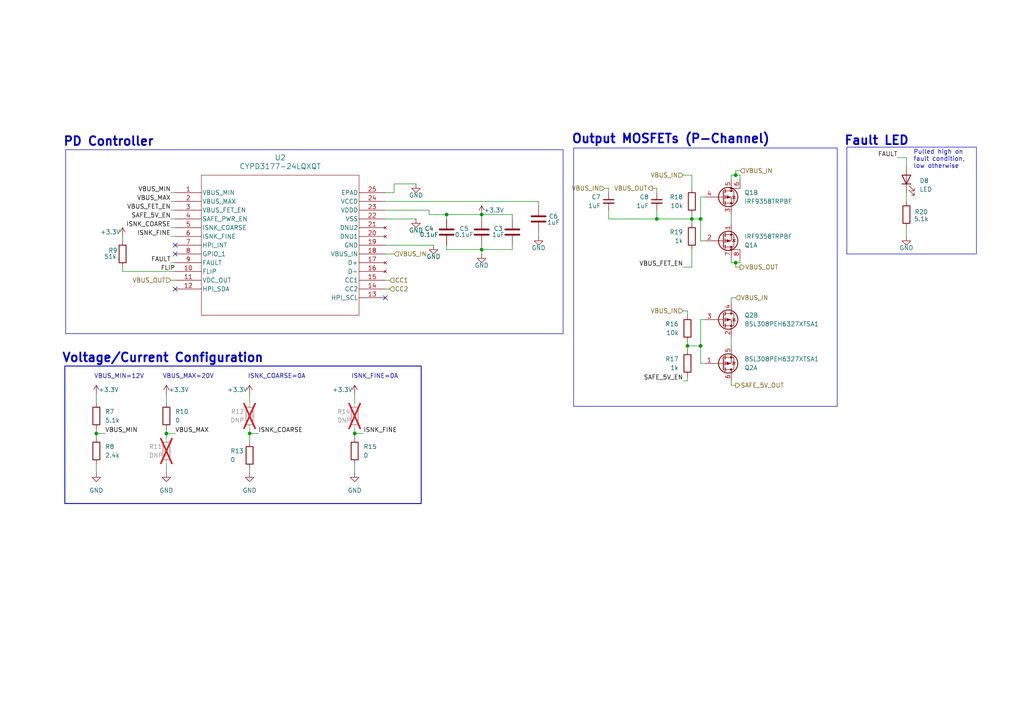
<source format=kicad_sch>
(kicad_sch (version 20231120) (generator "eeschema") (generator_version "8.0")
  (paper "A4")
  (title_block (title "Power Delivery Controller") (company "Longhorn Racing Solar") (comment 1 "https://cloud.wikis.utexas.edu/wiki/x/-qKvAQ"))
  (lib_symbols
    (symbol "Device:C" (pin_numbers hide) (pin_names (offset 0.254))
      (property "Reference" "C" (at 0.635 2.54 0))
      (property "Value" "C" (at 0.635 -2.54 0))
      (symbol "C_0_1"
        (polyline (pts (xy -2.032 -0.762) (xy 2.032 -0.762)) (stroke (width 0.508)))
        (polyline (pts (xy -2.032 0.762) (xy 2.032 0.762)) (stroke (width 0.508)))
      )
      (symbol "C_1_1"
        (pin passive line (at 0 3.81 270) (length 2.794) (name "~") (number "1"))
        (pin passive line (at 0 -3.81 90) (length 2.794) (name "~") (number "2"))
      )
    )
    (symbol "Device:C_Small" (pin_numbers hide) (pin_names (offset 0.254) hide)
      (property "Reference" "C" (at 0.254 1.778 0))
      (property "Value" "C_Small" (at 0.254 -2.032 0))
      (symbol "C_Small_0_1"
        (polyline (pts (xy -1.524 -0.508) (xy 1.524 -0.508)) (stroke (width 0.3302)))
        (polyline (pts (xy -1.524 0.508) (xy 1.524 0.508)) (stroke (width 0.3048)))
      )
      (symbol "C_Small_1_1"
        (pin passive line (at 0 2.54 270) (length 2.032) (name "~") (number "1"))
        (pin passive line (at 0 -2.54 90) (length 2.032) (name "~") (number "2"))
      )
    )
    (symbol "Device:LED" (pin_numbers hide) (pin_names (offset 1.016) hide)
      (property "Reference" "D" (at 0 2.54 0))
      (property "Value" "LED" (at 0 -2.54 0))
      (symbol "LED_0_1"
        (polyline (pts (xy -1.27 -1.27) (xy -1.27 1.27)) (stroke (width 0.254)))
        (polyline (pts (xy -1.27 0) (xy 1.27 0)))
        (polyline (pts (xy 1.27 -1.27) (xy 1.27 1.27) (xy -1.27 0) (xy 1.27 -1.27)) (stroke (width 0.254)))
        (polyline (pts (xy -3.048 -0.762) (xy -4.572 -2.286) (xy -3.81 -2.286) (xy -4.572 -2.286) (xy -4.572 -1.524)))
        (polyline (pts (xy -1.778 -0.762) (xy -3.302 -2.286) (xy -2.54 -2.286) (xy -3.302 -2.286) (xy -3.302 -1.524)))
      )
      (symbol "LED_1_1"
        (pin passive line (at -3.81 0 0) (length 2.54) (name "K") (number "1"))
        (pin passive line (at 3.81 0 180) (length 2.54) (name "A") (number "2"))
      )
    )
    (symbol "Device:Q_Dual_PMOS_G1S2G2D2S1D1" (pin_names (offset 0) hide)
      (property "Reference" "Q" (at 6.35 1.27 0))
      (property "Value" "Q_Dual_PMOS_G1S2G2D2S1D1" (at 19.05 -1.27 0))
      (symbol "Q_Dual_PMOS_G1S2G2D2S1D1_0_1"
        (polyline (pts (xy 0.254 0) (xy -2.54 0)))
        (polyline (pts (xy 0.254 1.905) (xy 0.254 -1.905)) (stroke (width 0.254)))
        (polyline (pts (xy 0.762 -1.27) (xy 0.762 -2.286)) (stroke (width 0.254)))
        (polyline (pts (xy 0.762 0.508) (xy 0.762 -0.508)) (stroke (width 0.254)))
        (polyline (pts (xy 0.762 2.286) (xy 0.762 1.27)) (stroke (width 0.254)))
        (polyline (pts (xy 2.54 2.54) (xy 2.54 1.778)))
        (polyline (pts (xy 2.54 -2.54) (xy 2.54 0) (xy 0.762 0)))
        (polyline (pts (xy 0.762 1.778) (xy 3.302 1.778) (xy 3.302 -1.778) (xy 0.762 -1.778)))
        (polyline (pts (xy 2.286 0) (xy 1.27 0.381) (xy 1.27 -0.381) (xy 2.286 0)) (fill (type outline)))
        (polyline (pts (xy 2.794 -0.508) (xy 2.921 -0.381) (xy 3.683 -0.381) (xy 3.81 -0.254)))
        (polyline (pts (xy 3.302 -0.381) (xy 2.921 0.254) (xy 3.683 0.254) (xy 3.302 -0.381)))
        (circle (center 1.651 0) (radius 2.794) (stroke (width 0.254)))
        (circle (center 2.54 -1.778) (radius 0.254) (fill (type outline)))
        (circle (center 2.54 1.778) (radius 0.254) (fill (type outline)))
      )
      (symbol "Q_Dual_PMOS_G1S2G2D2S1D1_1_1"
        (pin input line (at -5.08 0 0) (length 2.54) (name "G") (number "1"))
        (pin passive line (at 2.54 -5.08 90) (length 2.54) (name "S") (number "5"))
        (pin passive line (at 2.54 5.08 270) (length 2.54) (name "D") (number "6"))
      )
      (symbol "Q_Dual_PMOS_G1S2G2D2S1D1_2_1"
        (pin passive line (at 2.54 -5.08 90) (length 2.54) (name "S") (number "2"))
        (pin input line (at -5.08 0 0) (length 2.54) (name "G") (number "3"))
        (pin passive line (at 2.54 5.08 270) (length 2.54) (name "D") (number "4"))
      )
    )
    (symbol "Device:Q_Dual_PMOS_S1G1S2G2D2D2D1D1" (pin_names (offset 0) hide)
      (property "Reference" "Q" (at 6.35 1.27 0))
      (property "Value" "Q_Dual_PMOS_S1G1S2G2D2D2D1D1" (at 21.59 -1.27 0))
      (symbol "Q_Dual_PMOS_S1G1S2G2D2D2D1D1_0_1"
        (polyline (pts (xy 0.254 0) (xy -2.54 0)))
        (polyline (pts (xy 0.254 1.905) (xy 0.254 -1.905)) (stroke (width 0.254)))
        (polyline (pts (xy 0.762 -1.27) (xy 0.762 -2.286)) (stroke (width 0.254)))
        (polyline (pts (xy 0.762 0.508) (xy 0.762 -0.508)) (stroke (width 0.254)))
        (polyline (pts (xy 0.762 2.286) (xy 0.762 1.27)) (stroke (width 0.254)))
        (polyline (pts (xy 2.54 2.54) (xy 2.54 1.778)))
        (polyline (pts (xy 2.54 -2.54) (xy 2.54 0) (xy 0.762 0)))
        (polyline (pts (xy 0.762 1.778) (xy 3.302 1.778) (xy 3.302 -1.778) (xy 0.762 -1.778)))
        (polyline (pts (xy 2.286 0) (xy 1.27 0.381) (xy 1.27 -0.381) (xy 2.286 0)) (fill (type outline)))
        (polyline (pts (xy 2.794 -0.508) (xy 2.921 -0.381) (xy 3.683 -0.381) (xy 3.81 -0.254)))
        (polyline (pts (xy 3.302 -0.381) (xy 2.921 0.254) (xy 3.683 0.254) (xy 3.302 -0.381)))
        (circle (center 1.651 0) (radius 2.794) (stroke (width 0.254)))
        (circle (center 2.54 -1.778) (radius 0.254) (fill (type outline)))
        (circle (center 2.54 1.778) (radius 0.254) (fill (type outline)))
        (circle (center 2.54 2.54) (radius 0.254) (fill (type outline)))
        (rectangle (start 5.08 2.54) (end 2.54 2.54))
      )
      (symbol "Q_Dual_PMOS_S1G1S2G2D2D2D1D1_1_1"
        (pin passive line (at 2.54 -5.08 90) (length 2.54) (name "S") (number "1"))
        (pin input line (at -5.08 0 0) (length 2.54) (name "G") (number "2"))
        (pin passive line (at 2.54 5.08 270) (length 2.54) (name "D") (number "7"))
        (pin passive line (at 5.08 5.08 270) (length 2.54) (name "D") (number "8"))
      )
      (symbol "Q_Dual_PMOS_S1G1S2G2D2D2D1D1_2_1"
        (pin passive line (at 2.54 -5.08 90) (length 2.54) (name "S") (number "3"))
        (pin input line (at -5.08 0 0) (length 2.54) (name "G") (number "4"))
        (pin passive line (at 2.54 5.08 270) (length 2.54) (name "D") (number "5"))
        (pin passive line (at 5.08 5.08 270) (length 2.54) (name "D") (number "6"))
      )
    )
    (symbol "Device:R" (pin_numbers hide) (pin_names (offset 0))
      (property "Reference" "R" (at 2.032 0 90))
      (property "Value" "R" (at 0 0 90))
      (symbol "R_0_1"
        (rectangle (start -1.016 -2.54) (end 1.016 2.54) (stroke (width 0.254)))
      )
      (symbol "R_1_1"
        (pin passive line (at 0 3.81 270) (length 1.27) (name "~") (number "1"))
        (pin passive line (at 0 -3.81 90) (length 1.27) (name "~") (number "2"))
      )
    )
    (symbol "power:+3.3V" (power) (pin_numbers hide) (pin_names (offset 0) hide)
      (property "Value" "+3.3V" (at 0 3.556 0))
      (symbol "+3.3V_0_1"
        (polyline (pts (xy -0.762 1.27) (xy 0 2.54)))
        (polyline (pts (xy 0 0) (xy 0 2.54)))
        (polyline (pts (xy 0 2.54) (xy 0.762 1.27)))
      )
      (symbol "+3.3V_1_1"
        (pin power_in line (at 0 0 90) (length 0) (name "~") (number "1"))
      )
    )
    (symbol "power:GND" (power) (pin_numbers hide) (pin_names (offset 0) hide)
      (property "Value" "GND" (at 0 -3.81 0))
      (symbol "GND_0_1"
        (polyline (pts (xy 0 0) (xy 0 -1.27) (xy 1.27 -1.27) (xy 0 -2.54) (xy -1.27 -1.27) (xy 0 -1.27)))
      )
      (symbol "GND_1_1"
        (pin power_in line (at 0 0 270) (length 0) (name "~") (number "1"))
      )
    )
    (symbol "utsvt-chips:CYPD3177-24LQXQT" (pin_names (offset 0.254))
      (property "Reference" "U" (at 30.48 10.16 0))
      (property "Value" "CYPD3177-24LQXQT" (at 30.48 7.62 0))
      (symbol "CYPD3177-24LQXQT_0_1"
        (polyline (pts (xy 7.62 -35.56) (xy 53.34 -35.56)) (stroke (width 0.127)))
        (polyline (pts (xy 7.62 5.08) (xy 7.62 -35.56)) (stroke (width 0.127)))
        (polyline (pts (xy 53.34 -35.56) (xy 53.34 5.08)) (stroke (width 0.127)))
        (polyline (pts (xy 53.34 5.08) (xy 7.62 5.08)) (stroke (width 0.127)))
        (pin unspecified line (at 0 0 0) (length 7.62) (name "VBUS_MIN") (number "1"))
        (pin bidirectional line (at 0 -22.86 0) (length 7.62) (name "FLIP") (number "10"))
        (pin output line (at 0 -25.4 0) (length 7.62) (name "VDC_OUT") (number "11"))
        (pin unspecified line (at 0 -27.94 0) (length 7.62) (name "HPI_SDA") (number "12"))
        (pin unspecified line (at 60.96 -30.48 180) (length 7.62) (name "HPI_SCL") (number "13"))
        (pin unspecified line (at 60.96 -27.94 180) (length 7.62) (name "CC2") (number "14"))
        (pin unspecified line (at 60.96 -25.4 180) (length 7.62) (name "CC1") (number "15"))
        (pin no_connect line (at 60.96 -22.86 180) (length 7.62) (name "D-") (number "16"))
        (pin no_connect line (at 60.96 -20.32 180) (length 7.62) (name "D+") (number "17"))
        (pin input line (at 60.96 -17.78 180) (length 7.62) (name "VBUS_IN") (number "18"))
        (pin power_out line (at 60.96 -15.24 180) (length 7.62) (name "GND") (number "19"))
        (pin unspecified line (at 0 -2.54 0) (length 7.62) (name "VBUS_MAX") (number "2"))
        (pin no_connect line (at 60.96 -12.7 180) (length 7.62) (name "DNU1") (number "20"))
        (pin no_connect line (at 60.96 -10.16 180) (length 7.62) (name "DNU2") (number "21"))
        (pin power_out line (at 60.96 -7.62 180) (length 7.62) (name "VSS") (number "22"))
        (pin output line (at 60.96 -5.08 180) (length 7.62) (name "VDDD") (number "23"))
        (pin output line (at 60.96 -2.54 180) (length 7.62) (name "VCCD") (number "24"))
        (pin power_out line (at 60.96 0 180) (length 7.62) (name "EPAD") (number "25"))
        (pin output line (at 0 -5.08 0) (length 7.62) (name "VBUS_FET_EN") (number "3"))
        (pin output line (at 0 -7.62 0) (length 7.62) (name "SAFE_PWR_EN") (number "4"))
        (pin unspecified line (at 0 -10.16 0) (length 7.62) (name "ISNK_COARSE") (number "5"))
        (pin unspecified line (at 0 -12.7 0) (length 7.62) (name "ISNK_FINE") (number "6"))
        (pin unspecified line (at 0 -15.24 0) (length 7.62) (name "HPI_INT") (number "7"))
        (pin unspecified line (at 0 -17.78 0) (length 7.62) (name "GPIO_1") (number "8"))
        (pin unspecified line (at 0 -20.32 0) (length 7.62) (name "FAULT") (number "9"))
      )
    )
  )
  (junction (at 190.5 63.5))
  (junction (at 200.66 63.5))
  (junction (at 199.39 100.33))
  (junction (at 48.26 125.73))
  (junction (at 102.87 125.73))
  (junction (at 213.36 76.2))
  (junction (at 213.36 50.8))
  (junction (at 139.7 72.39))
  (junction (at 27.94 125.73))
  (junction (at 72.39 125.73))
  (junction (at 129.54 62.23))
  (junction (at 203.2 63.5))
  (junction (at 203.2 100.33))
  (junction (at 139.7 62.23))
  (no_connect (at 50.8 71.12))
  (no_connect (at 50.8 83.82))
  (no_connect (at 50.8 73.66))
  (no_connect (at 111.76 86.36))
  (wire (pts (xy 49.53 58.42) (xy 50.8 58.42)))
  (wire (pts (xy 35.56 78.74) (xy 50.8 78.74)))
  (wire (pts (xy 203.2 69.85) (xy 204.47 69.85)))
  (wire (pts (xy 48.26 125.73) (xy 48.26 127)))
  (wire (pts (xy 262.89 55.88) (xy 262.89 58.42)))
  (wire (pts (xy 27.94 134.62) (xy 27.94 137.16)))
  (wire (pts (xy 148.59 63.5) (xy 148.59 62.23)))
  (wire (pts (xy 199.39 100.33) (xy 203.2 100.33)))
  (wire (pts (xy 102.87 134.62) (xy 102.87 137.16)))
  (wire (pts (xy 129.54 72.39) (xy 139.7 72.39)))
  (wire (pts (xy 204.47 105.41) (xy 203.2 105.41)))
  (wire (pts (xy 203.2 105.41) (xy 203.2 100.33)))
  (wire (pts (xy 102.87 114.3) (xy 102.87 116.84)))
  (wire (pts (xy 49.53 66.04) (xy 50.8 66.04)))
  (wire (pts (xy 213.36 50.8) (xy 212.09 50.8)))
  (wire (pts (xy 199.39 90.17) (xy 199.39 91.44)))
  (wire (pts (xy 114.3 53.34) (xy 114.3 55.88)))
  (wire (pts (xy 190.5 60.96) (xy 190.5 63.5)))
  (wire (pts (xy 139.7 62.23) (xy 148.59 62.23)))
  (wire (pts (xy 111.76 71.12) (xy 125.73 71.12)))
  (wire (pts (xy 212.09 111.76) (xy 212.09 110.49)))
  (wire (pts (xy 48.26 124.46) (xy 48.26 125.73)))
  (wire (pts (xy 111.76 81.28) (xy 113.03 81.28)))
  (wire (pts (xy 72.39 125.73) (xy 74.93 125.73)))
  (wire (pts (xy 48.26 125.73) (xy 50.8 125.73)))
  (wire (pts (xy 212.09 76.2) (xy 213.36 76.2)))
  (wire (pts (xy 139.7 72.39) (xy 139.7 73.66)))
  (wire (pts (xy 72.39 137.16) (xy 72.39 135.89)))
  (wire (pts (xy 203.2 57.15) (xy 203.2 63.5)))
  (wire (pts (xy 214.63 50.8) (xy 213.36 50.8)))
  (wire (pts (xy 49.53 63.5) (xy 50.8 63.5)))
  (wire (pts (xy 262.89 66.04) (xy 262.89 68.58)))
  (wire (pts (xy 212.09 52.07) (xy 212.09 50.8)))
  (wire (pts (xy 214.63 49.53) (xy 213.36 49.53)))
  (wire (pts (xy 200.66 63.5) (xy 200.66 64.77)))
  (wire (pts (xy 156.21 59.69) (xy 156.21 58.42)))
  (wire (pts (xy 262.89 45.72) (xy 262.89 48.26)))
  (wire (pts (xy 214.63 77.47) (xy 213.36 77.47)))
  (wire (pts (xy 199.39 110.49) (xy 199.39 109.22)))
  (wire (pts (xy 48.26 114.3) (xy 48.26 116.84)))
  (wire (pts (xy 72.39 114.3) (xy 72.39 116.84)))
  (wire (pts (xy 199.39 100.33) (xy 199.39 101.6)))
  (wire (pts (xy 129.54 62.23) (xy 139.7 62.23)))
  (wire (pts (xy 204.47 92.71) (xy 203.2 92.71)))
  (wire (pts (xy 49.53 76.2) (xy 50.8 76.2)))
  (wire (pts (xy 200.66 54.61) (xy 200.66 50.8)))
  (wire (pts (xy 111.76 63.5) (xy 120.65 63.5)))
  (wire (pts (xy 139.7 72.39) (xy 148.59 72.39)))
  (wire (pts (xy 212.09 64.77) (xy 212.09 62.23)))
  (wire (pts (xy 212.09 97.79) (xy 212.09 100.33)))
  (wire (pts (xy 111.76 73.66) (xy 114.3 73.66)))
  (wire (pts (xy 213.36 77.47) (xy 213.36 76.2)))
  (wire (pts (xy 49.53 81.28) (xy 50.8 81.28)))
  (wire (pts (xy 212.09 86.36) (xy 212.09 87.63)))
  (wire (pts (xy 27.94 125.73) (xy 30.48 125.73)))
  (wire (pts (xy 49.53 55.88) (xy 50.8 55.88)))
  (wire (pts (xy 198.12 90.17) (xy 199.39 90.17)))
  (wire (pts (xy 156.21 58.42) (xy 111.76 58.42)))
  (wire (pts (xy 27.94 125.73) (xy 27.94 127)))
  (wire (pts (xy 139.7 63.5) (xy 139.7 62.23)))
  (wire (pts (xy 72.39 125.73) (xy 72.39 128.27)))
  (wire (pts (xy 204.47 57.15) (xy 203.2 57.15)))
  (wire (pts (xy 176.53 63.5) (xy 190.5 63.5)))
  (wire (pts (xy 200.66 63.5) (xy 203.2 63.5)))
  (wire (pts (xy 35.56 68.58) (xy 35.56 69.85)))
  (wire (pts (xy 198.12 110.49) (xy 199.39 110.49)))
  (wire (pts (xy 213.36 49.53) (xy 213.36 50.8)))
  (wire (pts (xy 203.2 63.5) (xy 203.2 69.85)))
  (wire (pts (xy 48.26 134.62) (xy 48.26 137.16)))
  (wire (pts (xy 214.63 76.2) (xy 214.63 74.93)))
  (wire (pts (xy 102.87 124.46) (xy 102.87 125.73)))
  (wire (pts (xy 190.5 54.61) (xy 190.5 55.88)))
  (wire (pts (xy 111.76 83.82) (xy 113.03 83.82)))
  (wire (pts (xy 198.12 50.8) (xy 200.66 50.8)))
  (wire (pts (xy 114.3 55.88) (xy 111.76 55.88)))
  (wire (pts (xy 102.87 125.73) (xy 102.87 127)))
  (wire (pts (xy 203.2 92.71) (xy 203.2 100.33)))
  (wire (pts (xy 129.54 72.39) (xy 129.54 71.12)))
  (wire (pts (xy 148.59 72.39) (xy 148.59 71.12)))
  (wire (pts (xy 213.36 76.2) (xy 214.63 76.2)))
  (wire (pts (xy 214.63 52.07) (xy 214.63 50.8)))
  (wire (pts (xy 124.46 62.23) (xy 129.54 62.23)))
  (wire (pts (xy 198.12 77.47) (xy 200.66 77.47)))
  (wire (pts (xy 27.94 114.3) (xy 27.94 116.84)))
  (wire (pts (xy 176.53 60.96) (xy 176.53 63.5)))
  (wire (pts (xy 120.65 53.34) (xy 114.3 53.34)))
  (wire (pts (xy 124.46 62.23) (xy 124.46 60.96)))
  (wire (pts (xy 200.66 62.23) (xy 200.66 63.5)))
  (wire (pts (xy 213.36 111.76) (xy 212.09 111.76)))
  (wire (pts (xy 213.36 86.36) (xy 212.09 86.36)))
  (wire (pts (xy 212.09 76.2) (xy 212.09 74.93)))
  (wire (pts (xy 102.87 125.73) (xy 105.41 125.73)))
  (wire (pts (xy 49.53 60.96) (xy 50.8 60.96)))
  (wire (pts (xy 190.5 63.5) (xy 200.66 63.5)))
  (wire (pts (xy 156.21 67.31) (xy 156.21 68.58)))
  (wire (pts (xy 199.39 99.06) (xy 199.39 100.33)))
  (wire (pts (xy 176.53 54.61) (xy 176.53 55.88)))
  (wire (pts (xy 124.46 60.96) (xy 111.76 60.96)))
  (wire (pts (xy 200.66 72.39) (xy 200.66 77.47)))
  (wire (pts (xy 139.7 72.39) (xy 139.7 71.12)))
  (wire (pts (xy 129.54 63.5) (xy 129.54 62.23)))
  (wire (pts (xy 49.53 68.58) (xy 50.8 68.58)))
  (wire (pts (xy 27.94 124.46) (xy 27.94 125.73)))
  (wire (pts (xy 35.56 77.47) (xy 35.56 78.74)))
  (wire (pts (xy 260.35 45.72) (xy 262.89 45.72)))
  (wire (pts (xy 72.39 124.46) (xy 72.39 125.73)))
  (wire (pts (xy 189.23 54.61) (xy 190.5 54.61)))
  (wire (pts (xy 175.26 54.61) (xy 176.53 54.61)))
  (rectangle (start 18.796 106.172) (end 122.174 146.05) (stroke (width 0.254)))
  (rectangle (start 245.618 42.672) (end 283.21 73.66))
  (rectangle (start 19.05 43.434) (end 163.322 96.774))
  (rectangle (start 166.37 42.926) (end 242.824 117.856))
  (text "VBUS_MAX=20V" (at 54.61 109.22 0) (effects (font (size 1.27 1.27))))
  (text "Fault LED" (at 254.254 40.894 0) (effects (font (size 2.54 2.54) (bold yes))))
  (text "Voltage/Current Configuration" (at 47.244 103.886 0) (effects (font (size 2.54 2.54) (bold yes))))
  (text "Pulled high on \nfault condition,\nlow otherwise" (at 264.922 46.228 0) (effects (font (size 1.27 1.27)) (justify left)))
  (text "PD Controller" (at 31.496 41.148 0) (effects (font (size 2.54 2.54) (bold yes))))
  (text "ISNK_COARSE=0A" (at 80.264 109.22 0) (effects (font (size 1.27 1.27))))
  (text "Output MOSFETs (P-Channel)" (at 194.564 40.386 0) (effects (font (size 2.54 2.54) (bold yes))))
  (text "ISNK_FINE=0A" (at 108.712 109.22 0) (effects (font (size 1.27 1.27))))
  (text "VBUS_MIN=12V" (at 34.544 109.22 0) (effects (font (size 1.27 1.27))))
  (label "FAULT" (at 49.53 76.2 180))
  (label "ISNK_FINE" (at 49.53 68.58 180))
  (label "SAFE_5V_EN" (at 198.12 110.49 180))
  (label "VBUS_MIN" (at 30.48 125.73 0))
  (label "VBUS_MAX" (at 49.53 58.42 180))
  (label "VBUS_MAX" (at 50.8 125.73 0))
  (label "VBUS_FET_EN" (at 49.53 60.96 180))
  (label "FLIP" (at 50.8 78.74 180))
  (label "ISNK_COARSE" (at 49.53 66.04 180))
  (label "VBUS_FET_EN" (at 198.12 77.47 180))
  (label "SAFE_5V_EN" (at 49.53 63.5 180))
  (label "FAULT" (at 260.35 45.72 180))
  (label "ISNK_FINE" (at 105.41 125.73 0))
  (label "ISNK_COARSE" (at 74.93 125.73 0))
  (label "VBUS_MIN" (at 49.53 55.88 180))
  (hierarchical_label "VBUS_IN" (shape input) (at 114.3 73.66 0))
  (hierarchical_label "VBUS_IN" (shape input) (at 213.36 86.36 0))
  (hierarchical_label "VBUS_OUT" (shape input) (at 49.53 81.28 180))
  (hierarchical_label "SAFE_5V_OUT" (shape output) (at 213.36 111.76 0))
  (hierarchical_label "CC1" (shape input) (at 113.03 81.28 0))
  (hierarchical_label "VBUS_IN" (shape input) (at 198.12 50.8 180))
  (hierarchical_label "VBUS_IN" (shape input) (at 214.63 49.53 0))
  (hierarchical_label "VBUS_IN" (shape input) (at 175.26 54.61 180))
  (hierarchical_label "CC2" (shape input) (at 113.03 83.82 0))
  (hierarchical_label "VBUS_OUT" (shape output) (at 214.63 77.47 0))
  (hierarchical_label "VBUS_IN" (shape input) (at 198.12 90.17 180))
  (hierarchical_label "VBUS_OUT" (shape output) (at 189.23 54.61 180))
  (symbol (lib_id "power:GND") (at 120.65 63.5 0) (unit 1)
    (property "Reference" "#PWR042" (effects (hide yes)))
    (property "Value" "GND" (at 120.65 66.802 0))
    (property "Description" "Power symbol creates a global label with name \"GND\" , ground" (effects (hide yes)))
  )
  (symbol (lib_id "Device:Q_Dual_PMOS_G1S2G2D2S1D1") (at 209.55 105.41 0) (mirror x) (unit 1)
    (property "Reference" "Q2" (at 215.9 106.6801 0) (effects (justify left)))
    (property "Value" "BSL308PEH6327XTSA1" (at 215.9 104.1401 0) (effects (justify left)))
    (property "Footprint" "Package_TO_SOT_SMD:SOT-23-6" (effects (hide yes)))
    (property "Datasheet" "https://www.mouser.com/datasheet/2/196/Infineon_BSL308PE_DS_v02_03_en-1226247.pdf" (effects (hide yes)))
    (property "Description" "Dual PMOS transistor, 6 pin package" (effects (hide yes)))
    (property "Manufacturer_Name" "Infineon" (effects (hide yes)))
    (property "Mouser Part Number" "BSL308PEH6327XTSA1" (effects (hide yes)))
  )
  (symbol (lib_id "Device:R") (at 200.66 58.42 0) (mirror y) (unit 1)
    (property "Reference" "R18" (at 198.12 57.1499 0) (effects (justify left)))
    (property "Value" "10k" (at 198.12 59.6899 0) (effects (justify left)))
    (property "Footprint" "Resistor_SMD:R_0805_2012Metric" (effects (hide yes)))
    (property "Description" "Resistor" (effects (hide yes)))
    (property "Mouser Part Number" "CRCW080510K0FKEAC " (effects (hide yes)))
    (property "Manufacturer_Name" "VISHAY" (effects (hide yes)))
  )
  (symbol (lib_id "utsvt-chips:CYPD3177-24LQXQT") (at 50.8 55.88 0) (unit 1)
    (property "Reference" "U2" (at 81.28 45.72 0) (effects (font (size 1.524 1.524))))
    (property "Value" "CYPD3177-24LQXQT" (at 81.28 48.26 0) (effects (font (size 1.524 1.524))))
    (property "Footprint" "UTSVT_ICs:CYPD3177-24LQXQT_CYP" (effects (hide yes)))
    (property "Datasheet" "https://www.mouser.com/datasheet/2/196/Infineon_EZ_PD_BCR_Datasheet_USB_Type_C_Port_Contr-3361317.pdf" (effects (hide yes)))
    (property "Description" "USB Type-C PD 3.0 Controller" (effects (hide yes)))
    (property "Manufacturer_Name" "Infineon" (effects (hide yes)))
    (property "Mouser Part Number" "727-CYPD3177-24LQXQT" (effects (hide yes)))
  )
  (symbol (lib_id "power:+3.3V") (at 102.87 114.3 0) (mirror y) (unit 1)
    (property "Reference" "#PWR039" (effects (hide yes)))
    (property "Value" "+3.3V" (at 99.314 113.03 0))
    (property "Description" "Power symbol creates a global label with name \"+3.3V\"" (effects (hide yes)))
  )
  (symbol (lib_id "power:GND") (at 48.26 137.16 0) (unit 1)
    (property "Reference" "#PWR036" (effects (hide yes)))
    (property "Value" "GND" (at 48.26 142.24 0))
    (property "Description" "Power symbol creates a global label with name \"GND\" , ground" (effects (hide yes)))
  )
  (symbol (lib_id "power:GND") (at 139.7 73.66 0) (unit 1)
    (property "Reference" "#PWR045" (effects (hide yes)))
    (property "Value" "GND" (at 139.7 76.962 0))
    (property "Description" "Power symbol creates a global label with name \"GND\" , ground" (effects (hide yes)))
  )
  (symbol (lib_id "Device:R") (at 72.39 132.08 0) (unit 1)
    (property "Reference" "R13" (at 66.802 130.81 0) (effects (justify left)))
    (property "Value" "0" (at 66.802 133.35 0) (effects (justify left)))
    (property "Footprint" "Resistor_SMD:R_0805_2012Metric" (effects (hide yes)))
    (property "Description" "Resistor" (effects (hide yes)))
  )
  (symbol (lib_id "Device:Q_Dual_PMOS_G1S2G2D2S1D1") (at 209.55 92.71 0) (unit 2)
    (property "Reference" "Q2" (at 215.9 91.4399 0) (effects (justify left)))
    (property "Value" "BSL308PEH6327XTSA1" (at 215.9 93.9799 0) (effects (justify left)))
    (property "Footprint" "Package_TO_SOT_SMD:SOT-23-6" (effects (hide yes)))
    (property "Datasheet" "https://www.mouser.com/datasheet/2/196/Infineon_BSL308PE_DS_v02_03_en-1226247.pdf" (effects (hide yes)))
    (property "Description" "Dual PMOS transistor, 6 pin package" (effects (hide yes)))
    (property "Manufacturer_Name" "Infineon" (effects (hide yes)))
    (property "Mouser Part Number" "BSL308PEH6327XTSA1" (effects (hide yes)))
  )
  (symbol (lib_id "power:GND") (at 125.73 71.12 0) (unit 1)
    (property "Reference" "#PWR043" (effects (hide yes)))
    (property "Value" "GND" (at 125.73 74.422 0))
    (property "Description" "Power symbol creates a global label with name \"GND\" , ground" (effects (hide yes)))
  )
  (symbol (lib_id "Device:R") (at 72.39 120.65 0) (mirror y) (unit 1) (dnp yes)
    (property "Reference" "R12" (at 70.866 119.38 0) (effects (justify left)))
    (property "Value" "DNP" (at 70.866 121.92 0) (effects (justify left)))
    (property "Footprint" "Resistor_SMD:R_0805_2012Metric" (effects (hide yes)))
    (property "Description" "Resistor" (effects (hide yes)))
  )
  (symbol (lib_id "Device:LED") (at 262.89 52.07 90) (unit 1)
    (property "Reference" "D8" (at 266.7 52.3874 90) (effects (justify right)))
    (property "Value" "LED" (at 266.7 54.9274 90) (effects (justify right)))
    (property "Footprint" "LED_SMD:LED_0805_2012Metric" (effects (hide yes)))
    (property "Datasheet" "https://www.mouser.com/datasheet/2/216/APTD2012LCGCK-1102037.pdf" (effects (hide yes)))
    (property "Description" "Light emitting diode" (effects (hide yes)))
    (property "Mouser Part Number" "604-APTD2012LCGCK" (effects (hide yes)))
    (property "If" "2mA" (effects (hide yes)))
    (property "Vf" "1.9V" (effects (hide yes)))
    (property "Manufacturer_Name" "Kingbright" (effects (hide yes)))
  )
  (symbol (lib_id "Device:C_Small") (at 176.53 58.42 0) (mirror y) (unit 1)
    (property "Reference" "C7" (at 174.244 57.15 0) (effects (justify left)))
    (property "Value" "1uF" (at 174.244 59.69 0) (effects (justify left)))
    (property "Footprint" "Capacitor_SMD:C_0805_2012Metric" (effects (hide yes)))
    (property "Description" "Unpolarized capacitor, small symbol" (effects (hide yes)))
    (property "Mouser Part Number" "C0805C105K5PACTU" (effects (hide yes)))
    (property "Vdc" "50V" (effects (hide yes)))
    (property "Manufacturer_Name" "KEMET" (effects (hide yes)))
  )
  (symbol (lib_id "Device:C") (at 156.21 63.5 180) (unit 1)
    (property "Reference" "C6" (at 160.528 62.738 0))
    (property "Value" "1uF" (at 160.528 64.516 0))
    (property "Footprint" "Capacitor_SMD:C_0805_2012Metric" (effects (hide yes)))
    (property "Description" "Unpolarized capacitor" (effects (hide yes)))
    (property "Mouser Part Number" "C0805C105K5PACTU" (effects (hide yes)))
    (property "Vdc" "50V" (effects (hide yes)))
    (property "Manufacturer_Name" "KEMET" (effects (hide yes)))
  )
  (symbol (lib_id "Device:R") (at 102.87 120.65 0) (mirror y) (unit 1) (in_bom no) (dnp yes)
    (property "Reference" "R14" (at 97.79 119.38 0) (effects (justify right)))
    (property "Value" "DNP" (at 97.79 121.92 0) (effects (justify right)))
    (property "Footprint" "Resistor_SMD:R_0805_2012Metric" (effects (hide yes)))
    (property "Description" "Resistor" (effects (hide yes)))
  )
  (symbol (lib_id "power:GND") (at 72.39 137.16 0) (unit 1)
    (property "Reference" "#PWR038" (effects (hide yes)))
    (property "Value" "GND" (at 72.39 142.24 0))
    (property "Description" "Power symbol creates a global label with name \"GND\" , ground" (effects (hide yes)))
  )
  (symbol (lib_id "Device:C") (at 148.59 67.31 180) (unit 1)
    (property "Reference" "C3" (at 144.526 66.294 0))
    (property "Value" "1uF" (at 144.526 68.072 0))
    (property "Footprint" "Capacitor_SMD:C_0805_2012Metric" (effects (hide yes)))
    (property "Description" "Unpolarized capacitor" (effects (hide yes)))
    (property "Mouser Part Number" "C0805C105K5PACTU" (effects (hide yes)))
    (property "Vdc" "50V" (effects (hide yes)))
    (property "Manufacturer_Name" "KEMET" (effects (hide yes)))
  )
  (symbol (lib_id "Device:R") (at 27.94 130.81 0) (unit 1)
    (property "Reference" "R8" (at 30.48 129.5399 0) (effects (justify left)))
    (property "Value" "2.4k" (at 30.48 132.0799 0) (effects (justify left)))
    (property "Footprint" "Resistor_SMD:R_0805_2012Metric" (effects (hide yes)))
    (property "Description" "Resistor" (effects (hide yes)))
    (property "Mouser Part Number" "CRCW08052K40FKEAC" (effects (hide yes)))
    (property "Manufacturer_Name" "VISHAY" (effects (hide yes)))
  )
  (symbol (lib_id "power:GND") (at 120.65 53.34 0) (unit 1)
    (property "Reference" "#PWR041" (effects (hide yes)))
    (property "Value" "GND" (at 120.65 56.642 0))
    (property "Description" "Power symbol creates a global label with name \"GND\" , ground" (effects (hide yes)))
  )
  (symbol (lib_id "Device:R") (at 27.94 120.65 0) (unit 1)
    (property "Reference" "R7" (at 30.48 119.3799 0) (effects (justify left)))
    (property "Value" "5.1k" (at 30.48 121.9199 0) (effects (justify left)))
    (property "Footprint" "Resistor_SMD:R_0805_2012Metric" (effects (hide yes)))
    (property "Description" "Resistor" (effects (hide yes)))
    (property "Mouser Part Number" "CRCW08055K10FKEAC " (effects (hide yes)))
    (property "Manufacturer_Name" "VISHAY" (effects (hide yes)))
  )
  (symbol (lib_id "Device:R") (at 48.26 130.81 0) (mirror y) (unit 1) (in_bom no) (dnp yes)
    (property "Reference" "R11" (at 43.18 129.54 0) (effects (justify right)))
    (property "Value" "DNP" (at 43.18 132.08 0) (effects (justify right)))
    (property "Footprint" "Resistor_SMD:R_0805_2012Metric" (effects (hide yes)))
    (property "Description" "Resistor" (effects (hide yes)))
  )
  (symbol (lib_id "power:+3.3V") (at 27.94 114.3 0) (unit 1)
    (property "Reference" "#PWR032" (effects (hide yes)))
    (property "Value" "+3.3V" (at 31.496 113.03 0))
    (property "Description" "Power symbol creates a global label with name \"+3.3V\"" (effects (hide yes)))
  )
  (symbol (lib_id "Device:R") (at 199.39 95.25 0) (unit 1)
    (property "Reference" "R16" (at 196.85 93.9799 0) (effects (justify right)))
    (property "Value" "10k" (at 196.85 96.5199 0) (effects (justify right)))
    (property "Footprint" "Resistor_SMD:R_0805_2012Metric" (effects (hide yes)))
    (property "Description" "Resistor" (effects (hide yes)))
    (property "Mouser Part Number" "CRCW080510K0FKEAC " (effects (hide yes)))
    (property "Manufacturer_Name" "VISHAY" (effects (hide yes)))
  )
  (symbol (lib_id "Device:C_Small") (at 190.5 58.42 0) (mirror y) (unit 1)
    (property "Reference" "C8" (at 188.214 57.15 0) (effects (justify left)))
    (property "Value" "1uF" (at 188.214 59.69 0) (effects (justify left)))
    (property "Footprint" "Capacitor_SMD:C_0805_2012Metric" (effects (hide yes)))
    (property "Description" "Unpolarized capacitor, small symbol" (effects (hide yes)))
    (property "Mouser Part Number" "C0805C105K5PACTU" (effects (hide yes)))
    (property "Vdc" "50V" (effects (hide yes)))
    (property "Manufacturer_Name" "KEMET" (effects (hide yes)))
  )
  (symbol (lib_id "Device:Q_Dual_PMOS_S1G1S2G2D2D2D1D1") (at 209.55 57.15 0) (unit 2)
    (property "Reference" "Q1" (at 215.9 55.8799 0) (effects (justify left)))
    (property "Value" "IRF9358TRPBF" (at 215.9 58.4199 0) (effects (justify left)))
    (property "Footprint" "UTSVT_ICs:SO8_IRF9358TRPBF_INF" (effects (hide yes)))
    (property "Datasheet" "https://www.mouser.com/datasheet/2/196/Infineon_IRF9358_DataSheet_v01_01_EN-3363242.pdf" (effects (hide yes)))
    (property "Description" "Dual PMOS transistor, 8 pin package" (effects (hide yes)))
    (property "Manufacturer_Name" "Infineon" (effects (hide yes)))
    (property "Mouser Part Number" "IRF9358TRPBF" (effects (hide yes)))
  )
  (symbol (lib_id "Device:C") (at 139.7 67.31 180) (unit 1)
    (property "Reference" "C5" (at 134.62 66.294 0))
    (property "Value" "0.1uF" (at 134.62 68.072 0))
    (property "Footprint" "Capacitor_SMD:C_0805_2012Metric" (effects (hide yes)))
    (property "Description" "Unpolarized capacitor" (effects (hide yes)))
    (property "Mouser Part Number" "C0805C104M5RACTU" (effects (hide yes)))
    (property "Vdc" "50V" (effects (hide yes)))
    (property "Manufacturer_Name" "KEMET" (effects (hide yes)))
  )
  (symbol (lib_id "power:GND") (at 156.21 68.58 0) (unit 1)
    (property "Reference" "#PWR046" (effects (hide yes)))
    (property "Value" "GND" (at 156.21 71.882 0))
    (property "Description" "Power symbol creates a global label with name \"GND\" , ground" (effects (hide yes)))
  )
  (symbol (lib_id "power:+3.3V") (at 48.26 114.3 0) (unit 1)
    (property "Reference" "#PWR035" (effects (hide yes)))
    (property "Value" "+3.3V" (at 51.816 113.03 0))
    (property "Description" "Power symbol creates a global label with name \"+3.3V\"" (effects (hide yes)))
  )
  (symbol (lib_id "power:+3.3V") (at 139.7 62.23 0) (unit 1)
    (property "Reference" "#PWR044" (effects (hide yes)))
    (property "Value" "+3.3V" (at 143.256 60.96 0))
    (property "Description" "Power symbol creates a global label with name \"+3.3V\"" (effects (hide yes)))
  )
  (symbol (lib_id "Device:C") (at 129.54 67.31 180) (unit 1)
    (property "Reference" "C4" (at 124.46 66.294 0))
    (property "Value" "0.1uF" (at 124.46 68.072 0))
    (property "Footprint" "Capacitor_SMD:C_0805_2012Metric" (effects (hide yes)))
    (property "Description" "Unpolarized capacitor" (effects (hide yes)))
    (property "Mouser Part Number" "C0805C104M5RACTU" (effects (hide yes)))
    (property "Vdc" "50V" (effects (hide yes)))
    (property "Manufacturer_Name" "KEMET" (effects (hide yes)))
  )
  (symbol (lib_id "Device:R") (at 200.66 68.58 0) (mirror y) (unit 1)
    (property "Reference" "R19" (at 198.12 67.3099 0) (effects (justify left)))
    (property "Value" "1k" (at 198.12 69.8499 0) (effects (justify left)))
    (property "Footprint" "Resistor_SMD:R_0805_2012Metric" (effects (hide yes)))
    (property "Description" "Resistor" (effects (hide yes)))
    (property "Mouser Part Number" "CRCW08051K00FKEAC" (effects (hide yes)))
    (property "Manufacturer_Name" "VISHAY" (effects (hide yes)))
  )
  (symbol (lib_id "Device:R") (at 199.39 105.41 0) (mirror y) (unit 1)
    (property "Reference" "R17" (at 196.85 104.1399 0) (effects (justify left)))
    (property "Value" "1k" (at 196.85 106.6799 0) (effects (justify left)))
    (property "Footprint" "Resistor_SMD:R_0805_2012Metric" (effects (hide yes)))
    (property "Description" "Resistor" (effects (hide yes)))
    (property "Mouser Part Number" "CRCW08051K00FKEAC" (effects (hide yes)))
    (property "Manufacturer_Name" "VISHAY" (effects (hide yes)))
  )
  (symbol (lib_id "Device:R") (at 35.56 73.66 180) (unit 1)
    (property "Reference" "R9" (at 32.766 72.644 0))
    (property "Value" "51k" (at 32.004 74.422 0))
    (property "Footprint" "Resistor_SMD:R_0805_2012Metric" (effects (hide yes)))
    (property "Description" "Resistor" (effects (hide yes)))
    (property "Mouser Part Number" "CRCW080551K0FKEAC" (effects (hide yes)))
    (property "Manufacturer_Name" "VISHAY" (effects (hide yes)))
  )
  (symbol (lib_id "Device:R") (at 48.26 120.65 0) (unit 1)
    (property "Reference" "R10" (at 50.8 119.3799 0) (effects (justify left)))
    (property "Value" "0" (at 50.8 121.9199 0) (effects (justify left)))
    (property "Footprint" "Resistor_SMD:R_0805_2012Metric" (effects (hide yes)))
    (property "Description" "Resistor" (effects (hide yes)))
  )
  (symbol (lib_id "power:GND") (at 102.87 137.16 0) (unit 1)
    (property "Reference" "#PWR040" (effects (hide yes)))
    (property "Value" "GND" (at 102.87 142.24 0))
    (property "Description" "Power symbol creates a global label with name \"GND\" , ground" (effects (hide yes)))
  )
  (symbol (lib_id "power:GND") (at 27.94 137.16 0) (unit 1)
    (property "Reference" "#PWR033" (effects (hide yes)))
    (property "Value" "GND" (at 27.94 142.24 0))
    (property "Description" "Power symbol creates a global label with name \"GND\" , ground" (effects (hide yes)))
  )
  (symbol (lib_id "Device:R") (at 102.87 130.81 0) (unit 1)
    (property "Reference" "R15" (at 105.41 129.5399 0) (effects (justify left)))
    (property "Value" "0" (at 105.41 132.0799 0) (effects (justify left)))
    (property "Footprint" "Resistor_SMD:R_0805_2012Metric" (effects (hide yes)))
    (property "Description" "Resistor" (effects (hide yes)))
  )
  (symbol (lib_id "Device:R") (at 262.89 62.23 180) (unit 1)
    (property "Reference" "R20" (at 267.208 61.468 0))
    (property "Value" "5.1k" (at 267.208 63.5 0))
    (property "Footprint" "Resistor_SMD:R_0805_2012Metric" (effects (hide yes)))
    (property "Description" "Resistor" (effects (hide yes)))
    (property "Mouser Part Number" "CRCW08055K10FKEAC " (effects (hide yes)))
    (property "Manufacturer_Name" "VISHAY" (effects (hide yes)))
  )
  (symbol (lib_id "power:+3.3V") (at 35.56 68.58 0) (unit 1)
    (property "Reference" "#PWR034" (effects (hide yes)))
    (property "Value" "+3.3V" (at 32.004 67.31 0))
    (property "Description" "Power symbol creates a global label with name \"+3.3V\"" (effects (hide yes)))
  )
  (symbol (lib_id "Device:Q_Dual_PMOS_S1G1S2G2D2D2D1D1") (at 209.55 69.85 0) (mirror x) (unit 1)
    (property "Reference" "Q1" (at 215.9 71.1201 0) (effects (justify left)))
    (property "Value" "IRF9358TRPBF" (at 215.9 68.5801 0) (effects (justify left)))
    (property "Footprint" "UTSVT_ICs:SO8_IRF9358TRPBF_INF" (effects (hide yes)))
    (property "Datasheet" "https://www.mouser.com/datasheet/2/196/Infineon_IRF9358_DataSheet_v01_01_EN-3363242.pdf" (effects (hide yes)))
    (property "Description" "Dual PMOS transistor, 8 pin package" (effects (hide yes)))
    (property "Manufacturer_Name" "Infineon" (effects (hide yes)))
    (property "Mouser Part Number" "IRF9358TRPBF" (effects (hide yes)))
  )
  (symbol (lib_id "power:+3.3V") (at 72.39 114.3 0) (mirror y) (unit 1)
    (property "Reference" "#PWR037" (effects (hide yes)))
    (property "Value" "+3.3V" (at 68.834 113.03 0))
    (property "Description" "Power symbol creates a global label with name \"+3.3V\"" (effects (hide yes)))
  )
  (symbol (lib_id "power:GND") (at 262.89 68.58 0) (unit 1)
    (property "Reference" "#PWR047" (effects (hide yes)))
    (property "Value" "GND" (at 262.89 71.882 0))
    (property "Description" "Power symbol creates a global label with name \"GND\" , ground" (effects (hide yes)))
  )
)
</source>
